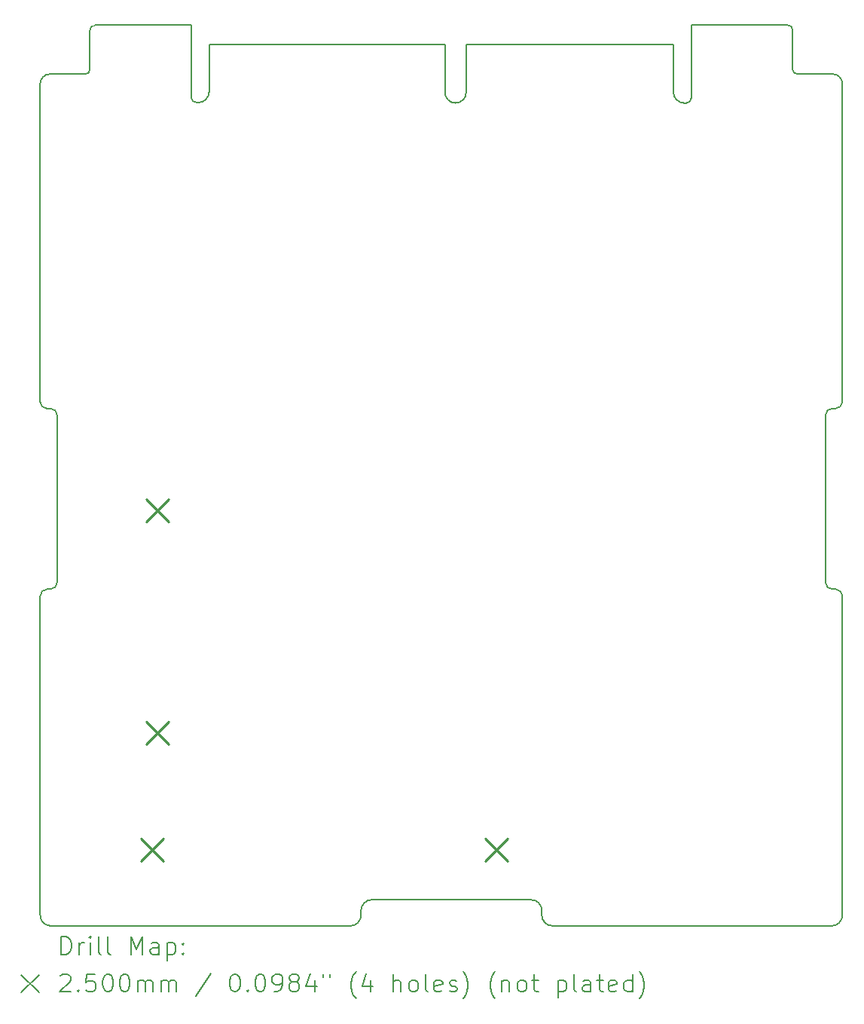
<source format=gbr>
%TF.GenerationSoftware,KiCad,Pcbnew,7.0.1*%
%TF.CreationDate,2023-06-21T18:56:20-04:00*%
%TF.ProjectId,payload-interface-board,7061796c-6f61-4642-9d69-6e7465726661,B*%
%TF.SameCoordinates,Original*%
%TF.FileFunction,Drillmap*%
%TF.FilePolarity,Positive*%
%FSLAX45Y45*%
G04 Gerber Fmt 4.5, Leading zero omitted, Abs format (unit mm)*
G04 Created by KiCad (PCBNEW 7.0.1) date 2023-06-21 18:56:20*
%MOMM*%
%LPD*%
G01*
G04 APERTURE LIST*
%ADD10C,0.200000*%
%ADD11C,0.250000*%
G04 APERTURE END LIST*
D10*
X4015000Y-10649820D02*
G75*
G03*
X4091200Y-10726020I76200J0D01*
G01*
X11333378Y-6628718D02*
X11333378Y-6420548D01*
X4205500Y-12679280D02*
X4205500Y-10802220D01*
X7502420Y-16535000D02*
G75*
G03*
X7621800Y-16415620I0J119380D01*
G01*
X5165381Y-6422416D02*
X5635375Y-6422416D01*
X4091200Y-10726020D02*
X4129300Y-10726020D01*
X12917700Y-10726020D02*
X12955800Y-10726020D01*
X12912620Y-16535000D02*
G75*
G03*
X13032000Y-16415620I0J119380D01*
G01*
X4125045Y-6970750D02*
X4525045Y-6970750D01*
X5713377Y-7233713D02*
G75*
G03*
X5770884Y-7291213I57493J-7D01*
G01*
X9653800Y-16362280D02*
G75*
G03*
X9534420Y-16242900I-119380J0D01*
G01*
X8803382Y-6638715D02*
X11133382Y-6638715D01*
X11333378Y-6420548D02*
X12416509Y-6420548D01*
X4525045Y-6970750D02*
G75*
G03*
X4573360Y-6922434I-5J48320D01*
G01*
X12955800Y-10726020D02*
G75*
G03*
X13032000Y-10649820I0J76200D01*
G01*
X11253382Y-7296216D02*
X11275881Y-7296216D01*
X11133384Y-7176217D02*
G75*
G03*
X11253382Y-7296216I119996J-3D01*
G01*
X12917700Y-10726020D02*
G75*
G03*
X12841500Y-10802220I0J-76200D01*
G01*
X12521713Y-6970750D02*
X12921712Y-6970750D01*
X7621800Y-16415620D02*
X7621800Y-16362280D01*
X4015000Y-10649820D02*
X4015000Y-7080794D01*
X4573360Y-6922434D02*
X4573379Y-6479917D01*
X5793383Y-7291212D02*
G75*
G03*
X5913382Y-7171214I-3J120002D01*
G01*
X13032000Y-7081037D02*
G75*
G03*
X12921712Y-6970750I-110290J-3D01*
G01*
X4091200Y-12755480D02*
G75*
G03*
X4015000Y-12831680I0J-76200D01*
G01*
X4091200Y-12755480D02*
X4129300Y-12755480D01*
X13032000Y-16415620D02*
X13032000Y-12831680D01*
X12473378Y-6922415D02*
X12473378Y-6477417D01*
X12841500Y-12679280D02*
X12841500Y-10802220D01*
X12473380Y-6922415D02*
G75*
G03*
X12521713Y-6970750I48330J-5D01*
G01*
X5713380Y-6623715D02*
X5713380Y-6422417D01*
X4014999Y-16408000D02*
X4015000Y-12831680D01*
X8563383Y-7176215D02*
X8563383Y-6638716D01*
X9653800Y-16415620D02*
G75*
G03*
X9773180Y-16535000I119380J0D01*
G01*
X9773180Y-16535000D02*
X12912620Y-16535000D01*
X12917700Y-12755480D02*
X12955800Y-12755480D01*
X5913382Y-6638715D02*
X8563382Y-6638715D01*
X11275881Y-7296211D02*
G75*
G03*
X11333381Y-7238716I9J57491D01*
G01*
X7741180Y-16242900D02*
X9534420Y-16242900D01*
X4129300Y-12755480D02*
G75*
G03*
X4205500Y-12679280I0J76200D01*
G01*
X12841500Y-12679280D02*
G75*
G03*
X12917700Y-12755480I76200J0D01*
G01*
X8803381Y-7176215D02*
X8803381Y-6638716D01*
X11333381Y-7238716D02*
X11333381Y-6628716D01*
X5713384Y-7233713D02*
X5713384Y-6623713D01*
X5770884Y-7291213D02*
X5793383Y-7291213D01*
X4630880Y-6422416D02*
X5165381Y-6422416D01*
X4125045Y-6970750D02*
G75*
G03*
X4015000Y-7080794I-5J-110040D01*
G01*
X7741180Y-16242900D02*
G75*
G03*
X7621800Y-16362280I0J-119380D01*
G01*
X4630880Y-6422419D02*
G75*
G03*
X4573379Y-6479917I0J-57501D01*
G01*
X4205500Y-10802220D02*
G75*
G03*
X4129300Y-10726020I-76200J0D01*
G01*
X4126760Y-16534999D02*
X7502420Y-16535000D01*
X4015000Y-16408000D02*
G75*
G03*
X4126760Y-16535000I119380J-7620D01*
G01*
X8563379Y-7176215D02*
G75*
G03*
X8803381Y-7176217I120001J-5D01*
G01*
X5635375Y-6422417D02*
X5713380Y-6422417D01*
X13032000Y-12831680D02*
G75*
G03*
X12955800Y-12755480I-76200J0D01*
G01*
X5913382Y-7171212D02*
X5913382Y-6638715D01*
X11133383Y-7176215D02*
X11133383Y-6638716D01*
X9653800Y-16415620D02*
X9653800Y-16362280D01*
X12473372Y-6477417D02*
G75*
G03*
X12416509Y-6420548I-56862J7D01*
G01*
X13032000Y-10649820D02*
X13032000Y-7081037D01*
D11*
X5149000Y-15556000D02*
X5399000Y-15806000D01*
X5399000Y-15556000D02*
X5149000Y-15806000D01*
X5209000Y-11746000D02*
X5459000Y-11996000D01*
X5459000Y-11746000D02*
X5209000Y-11996000D01*
X5209000Y-14246000D02*
X5459000Y-14496000D01*
X5459000Y-14246000D02*
X5209000Y-14496000D01*
X9019000Y-15556000D02*
X9269000Y-15806000D01*
X9269000Y-15556000D02*
X9019000Y-15806000D01*
D10*
X4252376Y-16857524D02*
X4252376Y-16657524D01*
X4252376Y-16657524D02*
X4299995Y-16657524D01*
X4299995Y-16657524D02*
X4328567Y-16667047D01*
X4328567Y-16667047D02*
X4347614Y-16686095D01*
X4347614Y-16686095D02*
X4357138Y-16705143D01*
X4357138Y-16705143D02*
X4366662Y-16743238D01*
X4366662Y-16743238D02*
X4366662Y-16771809D01*
X4366662Y-16771809D02*
X4357138Y-16809905D01*
X4357138Y-16809905D02*
X4347614Y-16828952D01*
X4347614Y-16828952D02*
X4328567Y-16848000D01*
X4328567Y-16848000D02*
X4299995Y-16857524D01*
X4299995Y-16857524D02*
X4252376Y-16857524D01*
X4452376Y-16857524D02*
X4452376Y-16724190D01*
X4452376Y-16762285D02*
X4461900Y-16743238D01*
X4461900Y-16743238D02*
X4471424Y-16733714D01*
X4471424Y-16733714D02*
X4490472Y-16724190D01*
X4490472Y-16724190D02*
X4509519Y-16724190D01*
X4576186Y-16857524D02*
X4576186Y-16724190D01*
X4576186Y-16657524D02*
X4566662Y-16667047D01*
X4566662Y-16667047D02*
X4576186Y-16676571D01*
X4576186Y-16676571D02*
X4585710Y-16667047D01*
X4585710Y-16667047D02*
X4576186Y-16657524D01*
X4576186Y-16657524D02*
X4576186Y-16676571D01*
X4699995Y-16857524D02*
X4680948Y-16848000D01*
X4680948Y-16848000D02*
X4671424Y-16828952D01*
X4671424Y-16828952D02*
X4671424Y-16657524D01*
X4804757Y-16857524D02*
X4785710Y-16848000D01*
X4785710Y-16848000D02*
X4776186Y-16828952D01*
X4776186Y-16828952D02*
X4776186Y-16657524D01*
X5033329Y-16857524D02*
X5033329Y-16657524D01*
X5033329Y-16657524D02*
X5099995Y-16800381D01*
X5099995Y-16800381D02*
X5166662Y-16657524D01*
X5166662Y-16657524D02*
X5166662Y-16857524D01*
X5347614Y-16857524D02*
X5347614Y-16752762D01*
X5347614Y-16752762D02*
X5338091Y-16733714D01*
X5338091Y-16733714D02*
X5319043Y-16724190D01*
X5319043Y-16724190D02*
X5280948Y-16724190D01*
X5280948Y-16724190D02*
X5261900Y-16733714D01*
X5347614Y-16848000D02*
X5328567Y-16857524D01*
X5328567Y-16857524D02*
X5280948Y-16857524D01*
X5280948Y-16857524D02*
X5261900Y-16848000D01*
X5261900Y-16848000D02*
X5252376Y-16828952D01*
X5252376Y-16828952D02*
X5252376Y-16809905D01*
X5252376Y-16809905D02*
X5261900Y-16790857D01*
X5261900Y-16790857D02*
X5280948Y-16781333D01*
X5280948Y-16781333D02*
X5328567Y-16781333D01*
X5328567Y-16781333D02*
X5347614Y-16771809D01*
X5442853Y-16724190D02*
X5442853Y-16924190D01*
X5442853Y-16733714D02*
X5461900Y-16724190D01*
X5461900Y-16724190D02*
X5499995Y-16724190D01*
X5499995Y-16724190D02*
X5519043Y-16733714D01*
X5519043Y-16733714D02*
X5528567Y-16743238D01*
X5528567Y-16743238D02*
X5538091Y-16762285D01*
X5538091Y-16762285D02*
X5538091Y-16819428D01*
X5538091Y-16819428D02*
X5528567Y-16838476D01*
X5528567Y-16838476D02*
X5519043Y-16848000D01*
X5519043Y-16848000D02*
X5499995Y-16857524D01*
X5499995Y-16857524D02*
X5461900Y-16857524D01*
X5461900Y-16857524D02*
X5442853Y-16848000D01*
X5623805Y-16838476D02*
X5633329Y-16848000D01*
X5633329Y-16848000D02*
X5623805Y-16857524D01*
X5623805Y-16857524D02*
X5614281Y-16848000D01*
X5614281Y-16848000D02*
X5623805Y-16838476D01*
X5623805Y-16838476D02*
X5623805Y-16857524D01*
X5623805Y-16733714D02*
X5633329Y-16743238D01*
X5633329Y-16743238D02*
X5623805Y-16752762D01*
X5623805Y-16752762D02*
X5614281Y-16743238D01*
X5614281Y-16743238D02*
X5623805Y-16733714D01*
X5623805Y-16733714D02*
X5623805Y-16752762D01*
X3804757Y-17085000D02*
X4004757Y-17285000D01*
X4004757Y-17085000D02*
X3804757Y-17285000D01*
X4242853Y-17096571D02*
X4252376Y-17087047D01*
X4252376Y-17087047D02*
X4271424Y-17077524D01*
X4271424Y-17077524D02*
X4319043Y-17077524D01*
X4319043Y-17077524D02*
X4338091Y-17087047D01*
X4338091Y-17087047D02*
X4347614Y-17096571D01*
X4347614Y-17096571D02*
X4357138Y-17115619D01*
X4357138Y-17115619D02*
X4357138Y-17134666D01*
X4357138Y-17134666D02*
X4347614Y-17163238D01*
X4347614Y-17163238D02*
X4233329Y-17277524D01*
X4233329Y-17277524D02*
X4357138Y-17277524D01*
X4442853Y-17258476D02*
X4452376Y-17268000D01*
X4452376Y-17268000D02*
X4442853Y-17277524D01*
X4442853Y-17277524D02*
X4433329Y-17268000D01*
X4433329Y-17268000D02*
X4442853Y-17258476D01*
X4442853Y-17258476D02*
X4442853Y-17277524D01*
X4633329Y-17077524D02*
X4538091Y-17077524D01*
X4538091Y-17077524D02*
X4528567Y-17172762D01*
X4528567Y-17172762D02*
X4538091Y-17163238D01*
X4538091Y-17163238D02*
X4557138Y-17153714D01*
X4557138Y-17153714D02*
X4604757Y-17153714D01*
X4604757Y-17153714D02*
X4623805Y-17163238D01*
X4623805Y-17163238D02*
X4633329Y-17172762D01*
X4633329Y-17172762D02*
X4642853Y-17191809D01*
X4642853Y-17191809D02*
X4642853Y-17239428D01*
X4642853Y-17239428D02*
X4633329Y-17258476D01*
X4633329Y-17258476D02*
X4623805Y-17268000D01*
X4623805Y-17268000D02*
X4604757Y-17277524D01*
X4604757Y-17277524D02*
X4557138Y-17277524D01*
X4557138Y-17277524D02*
X4538091Y-17268000D01*
X4538091Y-17268000D02*
X4528567Y-17258476D01*
X4766662Y-17077524D02*
X4785710Y-17077524D01*
X4785710Y-17077524D02*
X4804757Y-17087047D01*
X4804757Y-17087047D02*
X4814281Y-17096571D01*
X4814281Y-17096571D02*
X4823805Y-17115619D01*
X4823805Y-17115619D02*
X4833329Y-17153714D01*
X4833329Y-17153714D02*
X4833329Y-17201333D01*
X4833329Y-17201333D02*
X4823805Y-17239428D01*
X4823805Y-17239428D02*
X4814281Y-17258476D01*
X4814281Y-17258476D02*
X4804757Y-17268000D01*
X4804757Y-17268000D02*
X4785710Y-17277524D01*
X4785710Y-17277524D02*
X4766662Y-17277524D01*
X4766662Y-17277524D02*
X4747614Y-17268000D01*
X4747614Y-17268000D02*
X4738091Y-17258476D01*
X4738091Y-17258476D02*
X4728567Y-17239428D01*
X4728567Y-17239428D02*
X4719043Y-17201333D01*
X4719043Y-17201333D02*
X4719043Y-17153714D01*
X4719043Y-17153714D02*
X4728567Y-17115619D01*
X4728567Y-17115619D02*
X4738091Y-17096571D01*
X4738091Y-17096571D02*
X4747614Y-17087047D01*
X4747614Y-17087047D02*
X4766662Y-17077524D01*
X4957138Y-17077524D02*
X4976186Y-17077524D01*
X4976186Y-17077524D02*
X4995234Y-17087047D01*
X4995234Y-17087047D02*
X5004757Y-17096571D01*
X5004757Y-17096571D02*
X5014281Y-17115619D01*
X5014281Y-17115619D02*
X5023805Y-17153714D01*
X5023805Y-17153714D02*
X5023805Y-17201333D01*
X5023805Y-17201333D02*
X5014281Y-17239428D01*
X5014281Y-17239428D02*
X5004757Y-17258476D01*
X5004757Y-17258476D02*
X4995234Y-17268000D01*
X4995234Y-17268000D02*
X4976186Y-17277524D01*
X4976186Y-17277524D02*
X4957138Y-17277524D01*
X4957138Y-17277524D02*
X4938091Y-17268000D01*
X4938091Y-17268000D02*
X4928567Y-17258476D01*
X4928567Y-17258476D02*
X4919043Y-17239428D01*
X4919043Y-17239428D02*
X4909519Y-17201333D01*
X4909519Y-17201333D02*
X4909519Y-17153714D01*
X4909519Y-17153714D02*
X4919043Y-17115619D01*
X4919043Y-17115619D02*
X4928567Y-17096571D01*
X4928567Y-17096571D02*
X4938091Y-17087047D01*
X4938091Y-17087047D02*
X4957138Y-17077524D01*
X5109519Y-17277524D02*
X5109519Y-17144190D01*
X5109519Y-17163238D02*
X5119043Y-17153714D01*
X5119043Y-17153714D02*
X5138091Y-17144190D01*
X5138091Y-17144190D02*
X5166662Y-17144190D01*
X5166662Y-17144190D02*
X5185710Y-17153714D01*
X5185710Y-17153714D02*
X5195234Y-17172762D01*
X5195234Y-17172762D02*
X5195234Y-17277524D01*
X5195234Y-17172762D02*
X5204757Y-17153714D01*
X5204757Y-17153714D02*
X5223805Y-17144190D01*
X5223805Y-17144190D02*
X5252376Y-17144190D01*
X5252376Y-17144190D02*
X5271424Y-17153714D01*
X5271424Y-17153714D02*
X5280948Y-17172762D01*
X5280948Y-17172762D02*
X5280948Y-17277524D01*
X5376186Y-17277524D02*
X5376186Y-17144190D01*
X5376186Y-17163238D02*
X5385710Y-17153714D01*
X5385710Y-17153714D02*
X5404757Y-17144190D01*
X5404757Y-17144190D02*
X5433329Y-17144190D01*
X5433329Y-17144190D02*
X5452376Y-17153714D01*
X5452376Y-17153714D02*
X5461900Y-17172762D01*
X5461900Y-17172762D02*
X5461900Y-17277524D01*
X5461900Y-17172762D02*
X5471424Y-17153714D01*
X5471424Y-17153714D02*
X5490472Y-17144190D01*
X5490472Y-17144190D02*
X5519043Y-17144190D01*
X5519043Y-17144190D02*
X5538091Y-17153714D01*
X5538091Y-17153714D02*
X5547615Y-17172762D01*
X5547615Y-17172762D02*
X5547615Y-17277524D01*
X5938091Y-17068000D02*
X5766662Y-17325143D01*
X6195234Y-17077524D02*
X6214281Y-17077524D01*
X6214281Y-17077524D02*
X6233329Y-17087047D01*
X6233329Y-17087047D02*
X6242853Y-17096571D01*
X6242853Y-17096571D02*
X6252376Y-17115619D01*
X6252376Y-17115619D02*
X6261900Y-17153714D01*
X6261900Y-17153714D02*
X6261900Y-17201333D01*
X6261900Y-17201333D02*
X6252376Y-17239428D01*
X6252376Y-17239428D02*
X6242853Y-17258476D01*
X6242853Y-17258476D02*
X6233329Y-17268000D01*
X6233329Y-17268000D02*
X6214281Y-17277524D01*
X6214281Y-17277524D02*
X6195234Y-17277524D01*
X6195234Y-17277524D02*
X6176186Y-17268000D01*
X6176186Y-17268000D02*
X6166662Y-17258476D01*
X6166662Y-17258476D02*
X6157138Y-17239428D01*
X6157138Y-17239428D02*
X6147615Y-17201333D01*
X6147615Y-17201333D02*
X6147615Y-17153714D01*
X6147615Y-17153714D02*
X6157138Y-17115619D01*
X6157138Y-17115619D02*
X6166662Y-17096571D01*
X6166662Y-17096571D02*
X6176186Y-17087047D01*
X6176186Y-17087047D02*
X6195234Y-17077524D01*
X6347615Y-17258476D02*
X6357138Y-17268000D01*
X6357138Y-17268000D02*
X6347615Y-17277524D01*
X6347615Y-17277524D02*
X6338091Y-17268000D01*
X6338091Y-17268000D02*
X6347615Y-17258476D01*
X6347615Y-17258476D02*
X6347615Y-17277524D01*
X6480948Y-17077524D02*
X6499996Y-17077524D01*
X6499996Y-17077524D02*
X6519043Y-17087047D01*
X6519043Y-17087047D02*
X6528567Y-17096571D01*
X6528567Y-17096571D02*
X6538091Y-17115619D01*
X6538091Y-17115619D02*
X6547615Y-17153714D01*
X6547615Y-17153714D02*
X6547615Y-17201333D01*
X6547615Y-17201333D02*
X6538091Y-17239428D01*
X6538091Y-17239428D02*
X6528567Y-17258476D01*
X6528567Y-17258476D02*
X6519043Y-17268000D01*
X6519043Y-17268000D02*
X6499996Y-17277524D01*
X6499996Y-17277524D02*
X6480948Y-17277524D01*
X6480948Y-17277524D02*
X6461900Y-17268000D01*
X6461900Y-17268000D02*
X6452376Y-17258476D01*
X6452376Y-17258476D02*
X6442853Y-17239428D01*
X6442853Y-17239428D02*
X6433329Y-17201333D01*
X6433329Y-17201333D02*
X6433329Y-17153714D01*
X6433329Y-17153714D02*
X6442853Y-17115619D01*
X6442853Y-17115619D02*
X6452376Y-17096571D01*
X6452376Y-17096571D02*
X6461900Y-17087047D01*
X6461900Y-17087047D02*
X6480948Y-17077524D01*
X6642853Y-17277524D02*
X6680948Y-17277524D01*
X6680948Y-17277524D02*
X6699996Y-17268000D01*
X6699996Y-17268000D02*
X6709519Y-17258476D01*
X6709519Y-17258476D02*
X6728567Y-17229905D01*
X6728567Y-17229905D02*
X6738091Y-17191809D01*
X6738091Y-17191809D02*
X6738091Y-17115619D01*
X6738091Y-17115619D02*
X6728567Y-17096571D01*
X6728567Y-17096571D02*
X6719043Y-17087047D01*
X6719043Y-17087047D02*
X6699996Y-17077524D01*
X6699996Y-17077524D02*
X6661900Y-17077524D01*
X6661900Y-17077524D02*
X6642853Y-17087047D01*
X6642853Y-17087047D02*
X6633329Y-17096571D01*
X6633329Y-17096571D02*
X6623805Y-17115619D01*
X6623805Y-17115619D02*
X6623805Y-17163238D01*
X6623805Y-17163238D02*
X6633329Y-17182286D01*
X6633329Y-17182286D02*
X6642853Y-17191809D01*
X6642853Y-17191809D02*
X6661900Y-17201333D01*
X6661900Y-17201333D02*
X6699996Y-17201333D01*
X6699996Y-17201333D02*
X6719043Y-17191809D01*
X6719043Y-17191809D02*
X6728567Y-17182286D01*
X6728567Y-17182286D02*
X6738091Y-17163238D01*
X6852376Y-17163238D02*
X6833329Y-17153714D01*
X6833329Y-17153714D02*
X6823805Y-17144190D01*
X6823805Y-17144190D02*
X6814281Y-17125143D01*
X6814281Y-17125143D02*
X6814281Y-17115619D01*
X6814281Y-17115619D02*
X6823805Y-17096571D01*
X6823805Y-17096571D02*
X6833329Y-17087047D01*
X6833329Y-17087047D02*
X6852376Y-17077524D01*
X6852376Y-17077524D02*
X6890472Y-17077524D01*
X6890472Y-17077524D02*
X6909519Y-17087047D01*
X6909519Y-17087047D02*
X6919043Y-17096571D01*
X6919043Y-17096571D02*
X6928567Y-17115619D01*
X6928567Y-17115619D02*
X6928567Y-17125143D01*
X6928567Y-17125143D02*
X6919043Y-17144190D01*
X6919043Y-17144190D02*
X6909519Y-17153714D01*
X6909519Y-17153714D02*
X6890472Y-17163238D01*
X6890472Y-17163238D02*
X6852376Y-17163238D01*
X6852376Y-17163238D02*
X6833329Y-17172762D01*
X6833329Y-17172762D02*
X6823805Y-17182286D01*
X6823805Y-17182286D02*
X6814281Y-17201333D01*
X6814281Y-17201333D02*
X6814281Y-17239428D01*
X6814281Y-17239428D02*
X6823805Y-17258476D01*
X6823805Y-17258476D02*
X6833329Y-17268000D01*
X6833329Y-17268000D02*
X6852376Y-17277524D01*
X6852376Y-17277524D02*
X6890472Y-17277524D01*
X6890472Y-17277524D02*
X6909519Y-17268000D01*
X6909519Y-17268000D02*
X6919043Y-17258476D01*
X6919043Y-17258476D02*
X6928567Y-17239428D01*
X6928567Y-17239428D02*
X6928567Y-17201333D01*
X6928567Y-17201333D02*
X6919043Y-17182286D01*
X6919043Y-17182286D02*
X6909519Y-17172762D01*
X6909519Y-17172762D02*
X6890472Y-17163238D01*
X7099996Y-17144190D02*
X7099996Y-17277524D01*
X7052376Y-17068000D02*
X7004757Y-17210857D01*
X7004757Y-17210857D02*
X7128567Y-17210857D01*
X7195234Y-17077524D02*
X7195234Y-17115619D01*
X7271424Y-17077524D02*
X7271424Y-17115619D01*
X7566662Y-17353714D02*
X7557138Y-17344190D01*
X7557138Y-17344190D02*
X7538091Y-17315619D01*
X7538091Y-17315619D02*
X7528567Y-17296571D01*
X7528567Y-17296571D02*
X7519043Y-17268000D01*
X7519043Y-17268000D02*
X7509519Y-17220381D01*
X7509519Y-17220381D02*
X7509519Y-17182286D01*
X7509519Y-17182286D02*
X7519043Y-17134666D01*
X7519043Y-17134666D02*
X7528567Y-17106095D01*
X7528567Y-17106095D02*
X7538091Y-17087047D01*
X7538091Y-17087047D02*
X7557138Y-17058476D01*
X7557138Y-17058476D02*
X7566662Y-17048952D01*
X7728567Y-17144190D02*
X7728567Y-17277524D01*
X7680948Y-17068000D02*
X7633329Y-17210857D01*
X7633329Y-17210857D02*
X7757138Y-17210857D01*
X7985710Y-17277524D02*
X7985710Y-17077524D01*
X8071424Y-17277524D02*
X8071424Y-17172762D01*
X8071424Y-17172762D02*
X8061900Y-17153714D01*
X8061900Y-17153714D02*
X8042853Y-17144190D01*
X8042853Y-17144190D02*
X8014281Y-17144190D01*
X8014281Y-17144190D02*
X7995234Y-17153714D01*
X7995234Y-17153714D02*
X7985710Y-17163238D01*
X8195234Y-17277524D02*
X8176186Y-17268000D01*
X8176186Y-17268000D02*
X8166662Y-17258476D01*
X8166662Y-17258476D02*
X8157139Y-17239428D01*
X8157139Y-17239428D02*
X8157139Y-17182286D01*
X8157139Y-17182286D02*
X8166662Y-17163238D01*
X8166662Y-17163238D02*
X8176186Y-17153714D01*
X8176186Y-17153714D02*
X8195234Y-17144190D01*
X8195234Y-17144190D02*
X8223805Y-17144190D01*
X8223805Y-17144190D02*
X8242853Y-17153714D01*
X8242853Y-17153714D02*
X8252377Y-17163238D01*
X8252377Y-17163238D02*
X8261900Y-17182286D01*
X8261900Y-17182286D02*
X8261900Y-17239428D01*
X8261900Y-17239428D02*
X8252377Y-17258476D01*
X8252377Y-17258476D02*
X8242853Y-17268000D01*
X8242853Y-17268000D02*
X8223805Y-17277524D01*
X8223805Y-17277524D02*
X8195234Y-17277524D01*
X8376186Y-17277524D02*
X8357139Y-17268000D01*
X8357139Y-17268000D02*
X8347615Y-17248952D01*
X8347615Y-17248952D02*
X8347615Y-17077524D01*
X8528567Y-17268000D02*
X8509520Y-17277524D01*
X8509520Y-17277524D02*
X8471424Y-17277524D01*
X8471424Y-17277524D02*
X8452377Y-17268000D01*
X8452377Y-17268000D02*
X8442853Y-17248952D01*
X8442853Y-17248952D02*
X8442853Y-17172762D01*
X8442853Y-17172762D02*
X8452377Y-17153714D01*
X8452377Y-17153714D02*
X8471424Y-17144190D01*
X8471424Y-17144190D02*
X8509520Y-17144190D01*
X8509520Y-17144190D02*
X8528567Y-17153714D01*
X8528567Y-17153714D02*
X8538091Y-17172762D01*
X8538091Y-17172762D02*
X8538091Y-17191809D01*
X8538091Y-17191809D02*
X8442853Y-17210857D01*
X8614282Y-17268000D02*
X8633329Y-17277524D01*
X8633329Y-17277524D02*
X8671424Y-17277524D01*
X8671424Y-17277524D02*
X8690472Y-17268000D01*
X8690472Y-17268000D02*
X8699996Y-17248952D01*
X8699996Y-17248952D02*
X8699996Y-17239428D01*
X8699996Y-17239428D02*
X8690472Y-17220381D01*
X8690472Y-17220381D02*
X8671424Y-17210857D01*
X8671424Y-17210857D02*
X8642853Y-17210857D01*
X8642853Y-17210857D02*
X8623805Y-17201333D01*
X8623805Y-17201333D02*
X8614282Y-17182286D01*
X8614282Y-17182286D02*
X8614282Y-17172762D01*
X8614282Y-17172762D02*
X8623805Y-17153714D01*
X8623805Y-17153714D02*
X8642853Y-17144190D01*
X8642853Y-17144190D02*
X8671424Y-17144190D01*
X8671424Y-17144190D02*
X8690472Y-17153714D01*
X8766663Y-17353714D02*
X8776186Y-17344190D01*
X8776186Y-17344190D02*
X8795234Y-17315619D01*
X8795234Y-17315619D02*
X8804758Y-17296571D01*
X8804758Y-17296571D02*
X8814282Y-17268000D01*
X8814282Y-17268000D02*
X8823805Y-17220381D01*
X8823805Y-17220381D02*
X8823805Y-17182286D01*
X8823805Y-17182286D02*
X8814282Y-17134666D01*
X8814282Y-17134666D02*
X8804758Y-17106095D01*
X8804758Y-17106095D02*
X8795234Y-17087047D01*
X8795234Y-17087047D02*
X8776186Y-17058476D01*
X8776186Y-17058476D02*
X8766663Y-17048952D01*
X9128567Y-17353714D02*
X9119043Y-17344190D01*
X9119043Y-17344190D02*
X9099996Y-17315619D01*
X9099996Y-17315619D02*
X9090472Y-17296571D01*
X9090472Y-17296571D02*
X9080948Y-17268000D01*
X9080948Y-17268000D02*
X9071424Y-17220381D01*
X9071424Y-17220381D02*
X9071424Y-17182286D01*
X9071424Y-17182286D02*
X9080948Y-17134666D01*
X9080948Y-17134666D02*
X9090472Y-17106095D01*
X9090472Y-17106095D02*
X9099996Y-17087047D01*
X9099996Y-17087047D02*
X9119043Y-17058476D01*
X9119043Y-17058476D02*
X9128567Y-17048952D01*
X9204758Y-17144190D02*
X9204758Y-17277524D01*
X9204758Y-17163238D02*
X9214282Y-17153714D01*
X9214282Y-17153714D02*
X9233329Y-17144190D01*
X9233329Y-17144190D02*
X9261901Y-17144190D01*
X9261901Y-17144190D02*
X9280948Y-17153714D01*
X9280948Y-17153714D02*
X9290472Y-17172762D01*
X9290472Y-17172762D02*
X9290472Y-17277524D01*
X9414282Y-17277524D02*
X9395234Y-17268000D01*
X9395234Y-17268000D02*
X9385710Y-17258476D01*
X9385710Y-17258476D02*
X9376186Y-17239428D01*
X9376186Y-17239428D02*
X9376186Y-17182286D01*
X9376186Y-17182286D02*
X9385710Y-17163238D01*
X9385710Y-17163238D02*
X9395234Y-17153714D01*
X9395234Y-17153714D02*
X9414282Y-17144190D01*
X9414282Y-17144190D02*
X9442853Y-17144190D01*
X9442853Y-17144190D02*
X9461901Y-17153714D01*
X9461901Y-17153714D02*
X9471424Y-17163238D01*
X9471424Y-17163238D02*
X9480948Y-17182286D01*
X9480948Y-17182286D02*
X9480948Y-17239428D01*
X9480948Y-17239428D02*
X9471424Y-17258476D01*
X9471424Y-17258476D02*
X9461901Y-17268000D01*
X9461901Y-17268000D02*
X9442853Y-17277524D01*
X9442853Y-17277524D02*
X9414282Y-17277524D01*
X9538091Y-17144190D02*
X9614282Y-17144190D01*
X9566663Y-17077524D02*
X9566663Y-17248952D01*
X9566663Y-17248952D02*
X9576186Y-17268000D01*
X9576186Y-17268000D02*
X9595234Y-17277524D01*
X9595234Y-17277524D02*
X9614282Y-17277524D01*
X9833329Y-17144190D02*
X9833329Y-17344190D01*
X9833329Y-17153714D02*
X9852377Y-17144190D01*
X9852377Y-17144190D02*
X9890472Y-17144190D01*
X9890472Y-17144190D02*
X9909520Y-17153714D01*
X9909520Y-17153714D02*
X9919044Y-17163238D01*
X9919044Y-17163238D02*
X9928567Y-17182286D01*
X9928567Y-17182286D02*
X9928567Y-17239428D01*
X9928567Y-17239428D02*
X9919044Y-17258476D01*
X9919044Y-17258476D02*
X9909520Y-17268000D01*
X9909520Y-17268000D02*
X9890472Y-17277524D01*
X9890472Y-17277524D02*
X9852377Y-17277524D01*
X9852377Y-17277524D02*
X9833329Y-17268000D01*
X10042853Y-17277524D02*
X10023805Y-17268000D01*
X10023805Y-17268000D02*
X10014282Y-17248952D01*
X10014282Y-17248952D02*
X10014282Y-17077524D01*
X10204758Y-17277524D02*
X10204758Y-17172762D01*
X10204758Y-17172762D02*
X10195234Y-17153714D01*
X10195234Y-17153714D02*
X10176186Y-17144190D01*
X10176186Y-17144190D02*
X10138091Y-17144190D01*
X10138091Y-17144190D02*
X10119044Y-17153714D01*
X10204758Y-17268000D02*
X10185710Y-17277524D01*
X10185710Y-17277524D02*
X10138091Y-17277524D01*
X10138091Y-17277524D02*
X10119044Y-17268000D01*
X10119044Y-17268000D02*
X10109520Y-17248952D01*
X10109520Y-17248952D02*
X10109520Y-17229905D01*
X10109520Y-17229905D02*
X10119044Y-17210857D01*
X10119044Y-17210857D02*
X10138091Y-17201333D01*
X10138091Y-17201333D02*
X10185710Y-17201333D01*
X10185710Y-17201333D02*
X10204758Y-17191809D01*
X10271425Y-17144190D02*
X10347615Y-17144190D01*
X10299996Y-17077524D02*
X10299996Y-17248952D01*
X10299996Y-17248952D02*
X10309520Y-17268000D01*
X10309520Y-17268000D02*
X10328567Y-17277524D01*
X10328567Y-17277524D02*
X10347615Y-17277524D01*
X10490472Y-17268000D02*
X10471425Y-17277524D01*
X10471425Y-17277524D02*
X10433329Y-17277524D01*
X10433329Y-17277524D02*
X10414282Y-17268000D01*
X10414282Y-17268000D02*
X10404758Y-17248952D01*
X10404758Y-17248952D02*
X10404758Y-17172762D01*
X10404758Y-17172762D02*
X10414282Y-17153714D01*
X10414282Y-17153714D02*
X10433329Y-17144190D01*
X10433329Y-17144190D02*
X10471425Y-17144190D01*
X10471425Y-17144190D02*
X10490472Y-17153714D01*
X10490472Y-17153714D02*
X10499996Y-17172762D01*
X10499996Y-17172762D02*
X10499996Y-17191809D01*
X10499996Y-17191809D02*
X10404758Y-17210857D01*
X10671425Y-17277524D02*
X10671425Y-17077524D01*
X10671425Y-17268000D02*
X10652377Y-17277524D01*
X10652377Y-17277524D02*
X10614282Y-17277524D01*
X10614282Y-17277524D02*
X10595234Y-17268000D01*
X10595234Y-17268000D02*
X10585710Y-17258476D01*
X10585710Y-17258476D02*
X10576186Y-17239428D01*
X10576186Y-17239428D02*
X10576186Y-17182286D01*
X10576186Y-17182286D02*
X10585710Y-17163238D01*
X10585710Y-17163238D02*
X10595234Y-17153714D01*
X10595234Y-17153714D02*
X10614282Y-17144190D01*
X10614282Y-17144190D02*
X10652377Y-17144190D01*
X10652377Y-17144190D02*
X10671425Y-17153714D01*
X10747615Y-17353714D02*
X10757139Y-17344190D01*
X10757139Y-17344190D02*
X10776186Y-17315619D01*
X10776186Y-17315619D02*
X10785710Y-17296571D01*
X10785710Y-17296571D02*
X10795234Y-17268000D01*
X10795234Y-17268000D02*
X10804758Y-17220381D01*
X10804758Y-17220381D02*
X10804758Y-17182286D01*
X10804758Y-17182286D02*
X10795234Y-17134666D01*
X10795234Y-17134666D02*
X10785710Y-17106095D01*
X10785710Y-17106095D02*
X10776186Y-17087047D01*
X10776186Y-17087047D02*
X10757139Y-17058476D01*
X10757139Y-17058476D02*
X10747615Y-17048952D01*
M02*

</source>
